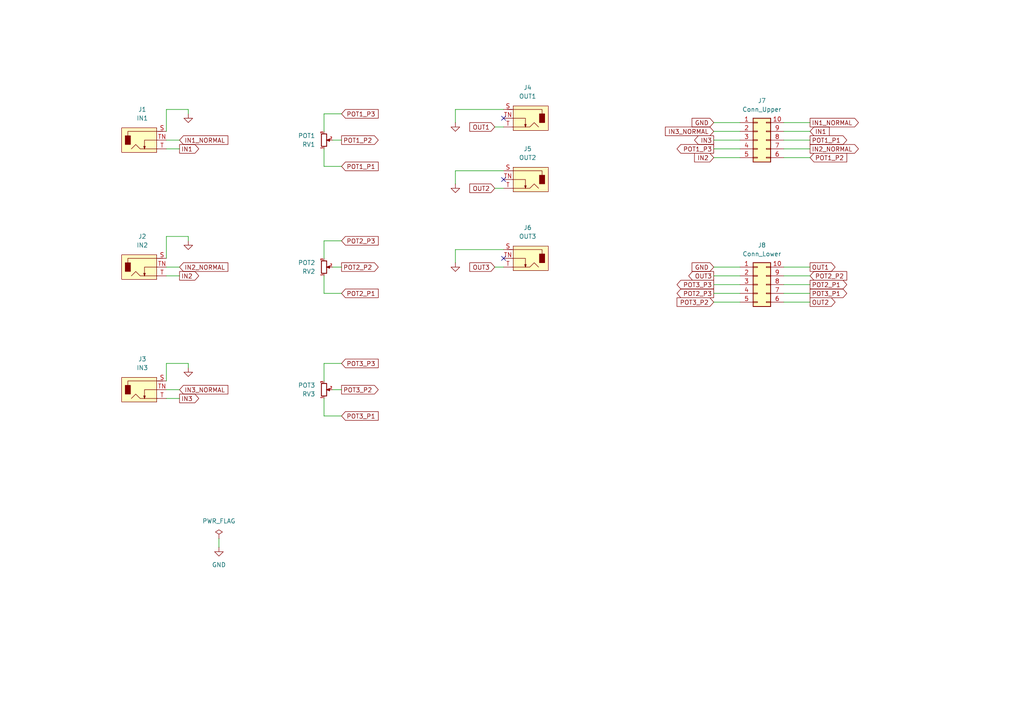
<source format=kicad_sch>
(kicad_sch (version 20250114) (generator "eeschema") (generator_version "9.0")
  (paper "A4")
  (lib_symbols
    (symbol "Connector_Generic:Conn_02x05_Counter_Clockwise" (pin_names (offset 1.016) (hide yes))
      (property "Reference" "J" (at 1.27 7.62 0))
      (property "Value" "Conn_02x05_Counter_Clockwise" (at 1.27 -7.62 0))
      (symbol "Conn_02x05_Counter_Clockwise_1_1"
        (rectangle (start -1.27 6.35) (end 3.81 -6.35) (stroke (width 0.254)) (fill (type background)))
        (rectangle (start -1.27 5.207) (end 0 4.953) (stroke (width 0.1524)))
        (rectangle (start -1.27 2.667) (end 0 2.413) (stroke (width 0.1524)))
        (rectangle (start -1.27 0.127) (end 0 -0.127) (stroke (width 0.1524)))
        (rectangle (start -1.27 -2.413) (end 0 -2.667) (stroke (width 0.1524)))
        (rectangle (start -1.27 -4.953) (end 0 -5.207) (stroke (width 0.1524)))
        (rectangle (start 3.81 5.207) (end 2.54 4.953) (stroke (width 0.1524)))
        (rectangle (start 3.81 2.667) (end 2.54 2.413) (stroke (width 0.1524)))
        (rectangle (start 3.81 0.127) (end 2.54 -0.127) (stroke (width 0.1524)))
        (rectangle (start 3.81 -2.413) (end 2.54 -2.667) (stroke (width 0.1524)))
        (rectangle (start 3.81 -4.953) (end 2.54 -5.207) (stroke (width 0.1524)))
        (pin passive line (at -5.08 5.08 0) (length 3.81) (name "Pin_1") (number "1"))
        (pin passive line (at -5.08 2.54 0) (length 3.81) (name "Pin_2") (number "2"))
        (pin passive line (at -5.08 0 0) (length 3.81) (name "Pin_3") (number "3"))
        (pin passive line (at -5.08 -2.54 0) (length 3.81) (name "Pin_4") (number "4"))
        (pin passive line (at -5.08 -5.08 0) (length 3.81) (name "Pin_5") (number "5"))
        (pin passive line (at 7.62 5.08 180) (length 3.81) (name "Pin_10") (number "10"))
        (pin passive line (at 7.62 2.54 180) (length 3.81) (name "Pin_9") (number "9"))
        (pin passive line (at 7.62 0 180) (length 3.81) (name "Pin_8") (number "8"))
        (pin passive line (at 7.62 -2.54 180) (length 3.81) (name "Pin_7") (number "7"))
        (pin passive line (at 7.62 -5.08 180) (length 3.81) (name "Pin_6") (number "6"))
      )
    )
    (symbol "Device:R_Potentiometer_Small" (pin_names (offset 1.016) (hide yes))
      (property "Reference" "RV" (at -4.445 0 90))
      (property "Value" "R_Potentiometer_Small" (at -2.54 0 90))
      (symbol "R_Potentiometer_Small_0_1"
        (rectangle (start 0.762 1.8034) (end -0.762 -1.8034) (stroke (width 0.254)))
        (polyline (pts (xy 0.889 0) (xy 0.635 0) (xy 1.651 0.381) (xy 1.651 -0.381) (xy 0.635 0) (xy 0.889 0)) (fill (type outline)))
      )
      (symbol "R_Potentiometer_Small_1_1"
        (pin passive line (at 0 2.54 270) (length 0.635) (name "1") (number "1"))
        (pin passive line (at 0 -2.54 90) (length 0.635) (name "3") (number "3"))
        (pin passive line (at 2.54 0 180) (length 0.9906) (name "2") (number "2"))
      )
    )
    (symbol "Eurorack:PJ398"
      (property "Reference" "J" (at -9.144 2.286 0))
      (symbol "PJ398_0_1"
        (rectangle (start -12.954 1.016) (end -2.794 -6.096) (fill (type background)))
        (rectangle (start -11.938 -1.27) (end -10.414 -3.81) (fill (type outline)))
        (polyline (pts (xy -6.35 -5.08) (xy -6.096 -4.318) (xy -6.604 -4.318) (xy -6.35 -5.08)) (fill (type outline)))
        (polyline (pts (xy -2.54 -2.54) (xy -6.35 -2.54) (xy -6.35 -5.08)))
        (polyline (pts (xy -2.54 -5.08) (xy -7.62 -5.08) (xy -8.89 -3.81) (xy -10.16 -5.08)))
        (polyline (pts (xy -1.016 0) (xy -11.176 0) (xy -11.176 -1.27)))
      )
      (symbol "PJ398_1_1"
        (pin passive line (at 0 0 180) (length 2.54) (name "") (number "S"))
        (pin passive line (at 0 -2.54 180) (length 2.54) (name "") (number "TN"))
        (pin passive line (at 0 -5.08 180) (length 2.54) (name "") (number "T"))
      )
    )
    (symbol "power:GND" (power) (pin_numbers (hide yes)) (pin_names (offset 0) (hide yes))
      (property "Value" "GND" (at 0 -3.81 0))
      (symbol "GND_0_1"
        (polyline (pts (xy 0 0) (xy 0 -1.27) (xy 1.27 -1.27) (xy 0 -2.54) (xy -1.27 -1.27) (xy 0 -1.27)))
      )
      (symbol "GND_1_1"
        (pin power_in line (at 0 0 270) (length 0) (name "~") (number "1"))
      )
    )
    (symbol "power:PWR_FLAG" (power) (pin_numbers (hide yes)) (pin_names (offset 0) (hide yes))
      (property "Value" "PWR_FLAG" (at 0 3.81 0))
      (symbol "PWR_FLAG_0_0"
        (pin power_out line (at 0 0 90) (length 0) (name "~") (number "1"))
      )
      (symbol "PWR_FLAG_0_1"
        (polyline (pts (xy 0 0) (xy 0 1.27) (xy -1.016 1.905) (xy 0 2.54) (xy 1.016 1.905) (xy 0 1.27)))
      )
    )
  )
  (no_connect (at 146.05 52.07))
  (no_connect (at 146.05 34.29))
  (no_connect (at 146.05 74.93))
  (wire (pts (xy 227.33 82.55) (xy 234.95 82.55)))
  (wire (pts (xy 227.33 87.63) (xy 234.95 87.63)))
  (wire (pts (xy 132.08 76.2) (xy 132.08 72.39)))
  (wire (pts (xy 227.33 77.47) (xy 234.95 77.47)))
  (wire (pts (xy 93.98 38.1) (xy 93.98 33.02)))
  (wire (pts (xy 207.01 77.47) (xy 214.63 77.47)))
  (wire (pts (xy 143.51 36.83) (xy 146.05 36.83)))
  (wire (pts (xy 207.01 85.09) (xy 214.63 85.09)))
  (wire (pts (xy 48.26 68.58) (xy 54.61 68.58)))
  (wire (pts (xy 96.52 77.47) (xy 99.06 77.47)))
  (wire (pts (xy 48.26 105.41) (xy 48.26 110.49)))
  (wire (pts (xy 132.08 53.34) (xy 132.08 49.53)))
  (wire (pts (xy 93.98 69.85) (xy 93.98 74.93)))
  (wire (pts (xy 93.98 105.41) (xy 93.98 110.49)))
  (wire (pts (xy 227.33 80.01) (xy 234.95 80.01)))
  (wire (pts (xy 207.01 45.72) (xy 214.63 45.72)))
  (wire (pts (xy 54.61 31.75) (xy 54.61 33.02)))
  (wire (pts (xy 227.33 45.72) (xy 234.95 45.72)))
  (wire (pts (xy 207.01 82.55) (xy 214.63 82.55)))
  (wire (pts (xy 54.61 105.41) (xy 54.61 106.68)))
  (wire (pts (xy 207.01 80.01) (xy 214.63 80.01)))
  (wire (pts (xy 132.08 72.39) (xy 146.05 72.39)))
  (wire (pts (xy 63.5 156.21) (xy 63.5 158.75)))
  (wire (pts (xy 227.33 40.64) (xy 234.95 40.64)))
  (wire (pts (xy 207.01 35.56) (xy 214.63 35.56)))
  (wire (pts (xy 227.33 35.56) (xy 234.95 35.56)))
  (wire (pts (xy 48.26 68.58) (xy 48.26 74.93)))
  (wire (pts (xy 99.06 85.09) (xy 93.98 85.09)))
  (wire (pts (xy 143.51 77.47) (xy 146.05 77.47)))
  (wire (pts (xy 96.52 40.64) (xy 99.06 40.64)))
  (wire (pts (xy 132.08 49.53) (xy 146.05 49.53)))
  (wire (pts (xy 207.01 40.64) (xy 214.63 40.64)))
  (wire (pts (xy 132.08 35.56) (xy 132.08 31.75)))
  (wire (pts (xy 227.33 43.18) (xy 234.95 43.18)))
  (wire (pts (xy 227.33 85.09) (xy 234.95 85.09)))
  (wire (pts (xy 93.98 33.02) (xy 99.06 33.02)))
  (wire (pts (xy 54.61 68.58) (xy 54.61 69.85)))
  (wire (pts (xy 227.33 38.1) (xy 234.95 38.1)))
  (wire (pts (xy 99.06 120.65) (xy 93.98 120.65)))
  (wire (pts (xy 207.01 38.1) (xy 214.63 38.1)))
  (wire (pts (xy 93.98 48.26) (xy 99.06 48.26)))
  (wire (pts (xy 48.26 77.47) (xy 52.07 77.47)))
  (wire (pts (xy 48.26 105.41) (xy 54.61 105.41)))
  (wire (pts (xy 48.26 31.75) (xy 54.61 31.75)))
  (wire (pts (xy 48.26 113.03) (xy 52.07 113.03)))
  (wire (pts (xy 93.98 120.65) (xy 93.98 115.57)))
  (wire (pts (xy 48.26 40.64) (xy 52.07 40.64)))
  (wire (pts (xy 93.98 85.09) (xy 93.98 80.01)))
  (wire (pts (xy 99.06 69.85) (xy 93.98 69.85)))
  (wire (pts (xy 207.01 43.18) (xy 214.63 43.18)))
  (wire (pts (xy 93.98 43.18) (xy 93.98 48.26)))
  (wire (pts (xy 48.26 31.75) (xy 48.26 38.1)))
  (wire (pts (xy 99.06 105.41) (xy 93.98 105.41)))
  (wire (pts (xy 48.26 43.18) (xy 52.07 43.18)))
  (wire (pts (xy 132.08 31.75) (xy 146.05 31.75)))
  (wire (pts (xy 143.51 54.61) (xy 146.05 54.61)))
  (wire (pts (xy 48.26 80.01) (xy 52.07 80.01)))
  (wire (pts (xy 96.52 113.03) (xy 99.06 113.03)))
  (wire (pts (xy 48.26 115.57) (xy 52.07 115.57)))
  (wire (pts (xy 207.01 87.63) (xy 214.63 87.63)))
  (global_label "POT3_P3" (shape input) (at 99.06 105.41 0) (property "Intersheetrefs" "${INTERSHEET_REFS}" (effects (hide yes))))
  (global_label "POT3_P2" (shape output) (at 99.06 113.03 0) (property "Intersheetrefs" "${INTERSHEET_REFS}" (effects (hide yes))))
  (global_label "POT2_P3" (shape input) (at 99.06 69.85 0) (property "Intersheetrefs" "${INTERSHEET_REFS}" (effects (hide yes))))
  (global_label "IN1_NORMAL" (shape input) (at 52.07 40.64 0) (property "Intersheetrefs" "${INTERSHEET_REFS}" (effects (hide yes))))
  (global_label "POT2_P3" (shape output) (at 207.01 85.09 180) (property "Intersheetrefs" "${INTERSHEET_REFS}" (effects (hide yes))))
  (global_label "IN3" (shape output) (at 52.07 115.57 0) (property "Intersheetrefs" "${INTERSHEET_REFS}" (effects (hide yes))))
  (global_label "POT3_P1" (shape output) (at 234.95 85.09 0) (property "Intersheetrefs" "${INTERSHEET_REFS}" (effects (hide yes))))
  (global_label "POT1_P1" (shape input) (at 99.06 48.26 0) (property "Intersheetrefs" "${INTERSHEET_REFS}" (effects (hide yes))))
  (global_label "POT1_P2" (shape output) (at 99.06 40.64 0) (property "Intersheetrefs" "${INTERSHEET_REFS}" (effects (hide yes))))
  (global_label "IN1" (shape input) (at 234.95 38.1 0) (property "Intersheetrefs" "${INTERSHEET_REFS}" (effects (hide yes))))
  (global_label "POT2_P1" (shape output) (at 234.95 82.55 0) (property "Intersheetrefs" "${INTERSHEET_REFS}" (effects (hide yes))))
  (global_label "OUT3" (shape output) (at 207.01 80.01 180) (property "Intersheetrefs" "${INTERSHEET_REFS}" (effects (hide yes))))
  (global_label "GND" (shape input) (at 207.01 35.56 180) (property "Intersheetrefs" "${INTERSHEET_REFS}" (effects (hide yes))))
  (global_label "POT2_P2" (shape output) (at 99.06 77.47 0) (property "Intersheetrefs" "${INTERSHEET_REFS}" (effects (hide yes))))
  (global_label "IN2" (shape input) (at 207.01 45.72 180) (property "Intersheetrefs" "${INTERSHEET_REFS}" (effects (hide yes))))
  (global_label "POT1_P3" (shape input) (at 99.06 33.02 0) (property "Intersheetrefs" "${INTERSHEET_REFS}" (effects (hide yes))))
  (global_label "POT3_P3" (shape output) (at 207.01 82.55 180) (property "Intersheetrefs" "${INTERSHEET_REFS}" (effects (hide yes))))
  (global_label "IN3_NORMAL" (shape input) (at 52.07 113.03 0) (property "Intersheetrefs" "${INTERSHEET_REFS}" (effects (hide yes))))
  (global_label "IN1_NORMAL" (shape output) (at 234.95 35.56 0) (property "Intersheetrefs" "${INTERSHEET_REFS}" (effects (hide yes))))
  (global_label "POT1_P3" (shape output) (at 207.01 43.18 180) (property "Intersheetrefs" "${INTERSHEET_REFS}" (effects (hide yes))))
  (global_label "OUT1" (shape input) (at 143.51 36.83 180) (property "Intersheetrefs" "${INTERSHEET_REFS}" (effects (hide yes))))
  (global_label "IN2" (shape output) (at 52.07 80.01 0) (property "Intersheetrefs" "${INTERSHEET_REFS}" (effects (hide yes))))
  (global_label "OUT1" (shape output) (at 234.95 77.47 0) (property "Intersheetrefs" "${INTERSHEET_REFS}" (effects (hide yes))))
  (global_label "IN2_NORMAL" (shape output) (at 234.95 43.18 0) (property "Intersheetrefs" "${INTERSHEET_REFS}" (effects (hide yes))))
  (global_label "OUT2" (shape input) (at 143.51 54.61 180) (property "Intersheetrefs" "${INTERSHEET_REFS}" (effects (hide yes))))
  (global_label "POT2_P2" (shape input) (at 234.95 80.01 0) (property "Intersheetrefs" "${INTERSHEET_REFS}" (effects (hide yes))))
  (global_label "OUT3" (shape input) (at 143.51 77.47 180) (property "Intersheetrefs" "${INTERSHEET_REFS}" (effects (hide yes))))
  (global_label "IN3_NORMAL" (shape input) (at 207.01 38.1 180) (property "Intersheetrefs" "${INTERSHEET_REFS}" (effects (hide yes))))
  (global_label "IN3" (shape output) (at 207.01 40.64 180) (property "Intersheetrefs" "${INTERSHEET_REFS}" (effects (hide yes))))
  (global_label "IN2_NORMAL" (shape input) (at 52.07 77.47 0) (property "Intersheetrefs" "${INTERSHEET_REFS}" (effects (hide yes))))
  (global_label "POT1_P1" (shape output) (at 234.95 40.64 0) (property "Intersheetrefs" "${INTERSHEET_REFS}" (effects (hide yes))))
  (global_label "POT1_P2" (shape input) (at 234.95 45.72 0) (property "Intersheetrefs" "${INTERSHEET_REFS}" (effects (hide yes))))
  (global_label "GND" (shape input) (at 207.01 77.47 180) (property "Intersheetrefs" "${INTERSHEET_REFS}" (effects (hide yes))))
  (global_label "IN1" (shape output) (at 52.07 43.18 0) (property "Intersheetrefs" "${INTERSHEET_REFS}" (effects (hide yes))))
  (global_label "POT2_P1" (shape input) (at 99.06 85.09 0) (property "Intersheetrefs" "${INTERSHEET_REFS}" (effects (hide yes))))
  (global_label "OUT2" (shape output) (at 234.95 87.63 0) (property "Intersheetrefs" "${INTERSHEET_REFS}" (effects (hide yes))))
  (global_label "POT3_P1" (shape input) (at 99.06 120.65 0) (property "Intersheetrefs" "${INTERSHEET_REFS}" (effects (hide yes))))
  (global_label "POT3_P2" (shape input) (at 207.01 87.63 180) (property "Intersheetrefs" "${INTERSHEET_REFS}" (effects (hide yes))))
  (symbol (lib_id "Eurorack:PJ398") (at 48.26 38.1 0) (unit 1)
    (property "Reference" "J1" (at 41.275 31.75 0))
    (property "Value" "IN1" (at 41.275 34.29 0))
    (property "Footprint" "EurorackFootprints:Jack_3.5mm_WQP-PJ398SM_Vertical_Tight" (effects (hide yes)))
  )
  (symbol (lib_id "Eurorack:PJ398") (at 146.05 72.39 0) (mirror y) (unit 1)
    (property "Reference" "J6" (at 153.035 66.04 0))
    (property "Value" "OUT3" (at 153.035 68.58 0))
    (property "Footprint" "EurorackFootprints:Jack_3.5mm_WQP-PJ398SM_Vertical_Tight" (effects (hide yes)))
  )
  (symbol (lib_id "Device:R_Potentiometer_Small") (at 93.98 77.47 0) (mirror x) (unit 1)
    (property "Reference" "RV2" (at 91.44 78.7401 0) (effects (justify right)))
    (property "Value" "POT2" (at 91.44 76.2001 0) (effects (justify right)))
    (property "Footprint" "Potentiometer_THT:Potentiometer_Alpha_RD901F-40-00D_Single_Vertical" (effects (hide yes)))
    (property "Description" "Potentiometer" (effects (hide yes)))
  )
  (symbol (lib_id "Connector_Generic:Conn_02x05_Counter_Clockwise") (at 219.71 82.55 0) (unit 1)
    (property "Reference" "J8" (at 220.98 71.12 0))
    (property "Value" "Conn_Lower" (at 220.98 73.66 0))
    (property "Footprint" "Connector_PinSocket_2.54mm:PinSocket_2x05_P2.54mm_Vertical_SMD" (effects (hide yes)))
    (property "Description" "Generic connector, double row, 02x05, counter clockwise pin numbering scheme (similar to DIP package numbering), script generated (kicad-library-utils/schlib/autogen/connector/)" (effects (hide yes)))
  )
  (symbol (lib_id "power:GND") (at 132.08 35.56 0) (unit 1)
    (property "Reference" "#PWR07" (effects (hide yes)))
    (property "Value" "GND" (effects (hide yes)))
    (property "Description" "Power symbol creates a global label with name \"GND\" , ground" (effects (hide yes)))
  )
  (symbol (lib_id "Connector_Generic:Conn_02x05_Counter_Clockwise") (at 219.71 40.64 0) (unit 1)
    (property "Reference" "J7" (at 220.98 29.21 0))
    (property "Value" "Conn_Upper" (at 220.98 31.75 0))
    (property "Footprint" "Connector_PinSocket_2.54mm:PinSocket_2x05_P2.54mm_Vertical_SMD" (effects (hide yes)))
    (property "Description" "Generic connector, double row, 02x05, counter clockwise pin numbering scheme (similar to DIP package numbering), script generated (kicad-library-utils/schlib/autogen/connector/)" (effects (hide yes)))
  )
  (symbol (lib_id "power:GND") (at 54.61 33.02 0) (unit 1)
    (property "Reference" "#PWR03" (effects (hide yes)))
    (property "Value" "GND" (effects (hide yes)))
    (property "Description" "Power symbol creates a global label with name \"GND\" , ground" (effects (hide yes)))
  )
  (symbol (lib_id "power:PWR_FLAG") (at 63.5 156.21 0) (unit 1)
    (property "Reference" "#FLG01" (effects (hide yes)))
    (property "Value" "PWR_FLAG" (at 63.5 151.13 0))
    (property "Description" "Special symbol for telling ERC where power comes from" (effects (hide yes)))
  )
  (symbol (lib_id "power:GND") (at 132.08 53.34 0) (unit 1)
    (property "Reference" "#PWR08" (effects (hide yes)))
    (property "Value" "GND" (effects (hide yes)))
    (property "Description" "Power symbol creates a global label with name \"GND\" , ground" (effects (hide yes)))
  )
  (symbol (lib_id "Device:R_Potentiometer_Small") (at 93.98 40.64 0) (mirror x) (unit 1)
    (property "Reference" "RV1" (at 91.44 41.9101 0) (effects (justify right)))
    (property "Value" "POT1" (at 91.44 39.3701 0) (effects (justify right)))
    (property "Footprint" "Potentiometer_THT:Potentiometer_Alpha_RD901F-40-00D_Single_Vertical" (effects (hide yes)))
    (property "Description" "Potentiometer" (effects (hide yes)))
  )
  (symbol (lib_id "Eurorack:PJ398") (at 146.05 31.75 0) (mirror y) (unit 1)
    (property "Reference" "J4" (at 153.035 25.4 0))
    (property "Value" "OUT1" (at 153.035 27.94 0))
    (property "Footprint" "EurorackFootprints:Jack_3.5mm_WQP-PJ398SM_Vertical_Tight" (effects (hide yes)))
  )
  (symbol (lib_id "power:GND") (at 132.08 76.2 0) (unit 1)
    (property "Reference" "#PWR09" (effects (hide yes)))
    (property "Value" "GND" (effects (hide yes)))
    (property "Description" "Power symbol creates a global label with name \"GND\" , ground" (effects (hide yes)))
  )
  (symbol (lib_id "Eurorack:PJ398") (at 48.26 110.49 0) (unit 1)
    (property "Reference" "J3" (at 41.275 104.14 0))
    (property "Value" "IN3" (at 41.275 106.68 0))
    (property "Footprint" "EurorackFootprints:Jack_3.5mm_WQP-PJ398SM_Vertical_Tight" (effects (hide yes)))
  )
  (symbol (lib_id "power:GND") (at 54.61 106.68 0) (unit 1)
    (property "Reference" "#PWR01" (effects (hide yes)))
    (property "Value" "GND" (effects (hide yes)))
    (property "Description" "Power symbol creates a global label with name \"GND\" , ground" (effects (hide yes)))
  )
  (symbol (lib_id "power:GND") (at 54.61 69.85 0) (unit 1)
    (property "Reference" "#PWR02" (effects (hide yes)))
    (property "Value" "GND" (effects (hide yes)))
    (property "Description" "Power symbol creates a global label with name \"GND\" , ground" (effects (hide yes)))
  )
  (symbol (lib_id "power:GND") (at 63.5 158.75 0) (unit 1)
    (property "Reference" "#PWR012" (effects (hide yes)))
    (property "Value" "GND" (at 63.5 163.83 0))
    (property "Description" "Power symbol creates a global label with name \"GND\" , ground" (effects (hide yes)))
  )
  (symbol (lib_id "Device:R_Potentiometer_Small") (at 93.98 113.03 0) (mirror x) (unit 1)
    (property "Reference" "RV3" (at 91.44 114.3001 0) (effects (justify right)))
    (property "Value" "POT3" (at 91.44 111.7601 0) (effects (justify right)))
    (property "Footprint" "Potentiometer_THT:Potentiometer_Alpha_RD901F-40-00D_Single_Vertical" (effects (hide yes)))
    (property "Description" "Potentiometer" (effects (hide yes)))
  )
  (symbol (lib_id "Eurorack:PJ398") (at 48.26 74.93 0) (unit 1)
    (property "Reference" "J2" (at 41.275 68.58 0))
    (property "Value" "IN2" (at 41.275 71.12 0))
    (property "Footprint" "EurorackFootprints:Jack_3.5mm_WQP-PJ398SM_Vertical_Tight" (effects (hide yes)))
  )
  (symbol (lib_id "Eurorack:PJ398") (at 146.05 49.53 0) (mirror y) (unit 1)
    (property "Reference" "J5" (at 153.035 43.18 0))
    (property "Value" "OUT2" (at 153.035 45.72 0))
    (property "Footprint" "EurorackFootprints:Jack_3.5mm_WQP-PJ398SM_Vertical_Tight" (effects (hide yes)))
  )
)
</source>
